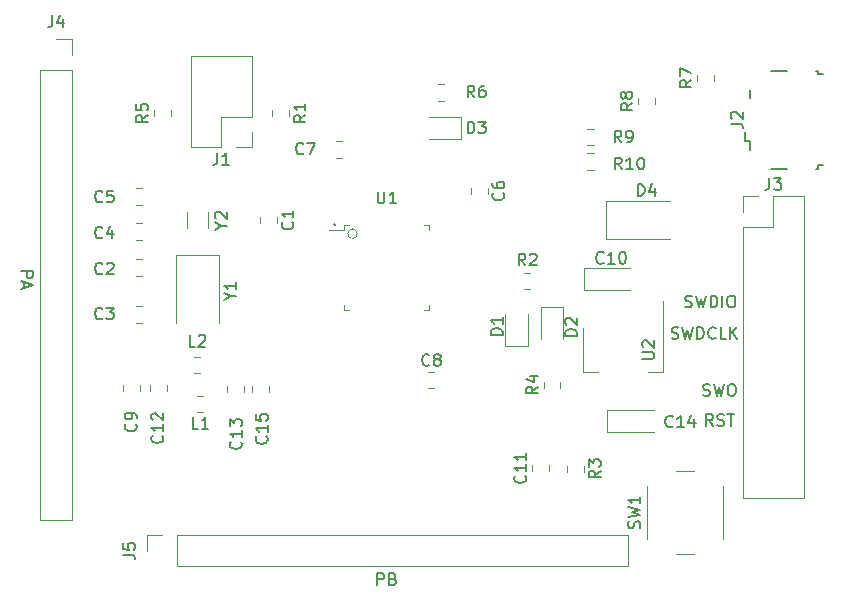
<source format=gbr>
%TF.GenerationSoftware,KiCad,Pcbnew,5.1.6-c6e7f7d~86~ubuntu20.04.1*%
%TF.CreationDate,2020-06-01T13:32:15+02:00*%
%TF.ProjectId,STM32103_Devel,53544d33-3231-4303-935f-446576656c2e,rev?*%
%TF.SameCoordinates,Original*%
%TF.FileFunction,Legend,Top*%
%TF.FilePolarity,Positive*%
%FSLAX46Y46*%
G04 Gerber Fmt 4.6, Leading zero omitted, Abs format (unit mm)*
G04 Created by KiCad (PCBNEW 5.1.6-c6e7f7d~86~ubuntu20.04.1) date 2020-06-01 13:32:15*
%MOMM*%
%LPD*%
G01*
G04 APERTURE LIST*
%ADD10C,0.150000*%
%ADD11C,0.120000*%
G04 APERTURE END LIST*
D10*
X159612380Y-105425380D02*
X159279047Y-104949190D01*
X159040952Y-105425380D02*
X159040952Y-104425380D01*
X159421904Y-104425380D01*
X159517142Y-104473000D01*
X159564761Y-104520619D01*
X159612380Y-104615857D01*
X159612380Y-104758714D01*
X159564761Y-104853952D01*
X159517142Y-104901571D01*
X159421904Y-104949190D01*
X159040952Y-104949190D01*
X159993333Y-105377761D02*
X160136190Y-105425380D01*
X160374285Y-105425380D01*
X160469523Y-105377761D01*
X160517142Y-105330142D01*
X160564761Y-105234904D01*
X160564761Y-105139666D01*
X160517142Y-105044428D01*
X160469523Y-104996809D01*
X160374285Y-104949190D01*
X160183809Y-104901571D01*
X160088571Y-104853952D01*
X160040952Y-104806333D01*
X159993333Y-104711095D01*
X159993333Y-104615857D01*
X160040952Y-104520619D01*
X160088571Y-104473000D01*
X160183809Y-104425380D01*
X160421904Y-104425380D01*
X160564761Y-104473000D01*
X160850476Y-104425380D02*
X161421904Y-104425380D01*
X161136190Y-105425380D02*
X161136190Y-104425380D01*
X158779047Y-102837761D02*
X158921904Y-102885380D01*
X159160000Y-102885380D01*
X159255238Y-102837761D01*
X159302857Y-102790142D01*
X159350476Y-102694904D01*
X159350476Y-102599666D01*
X159302857Y-102504428D01*
X159255238Y-102456809D01*
X159160000Y-102409190D01*
X158969523Y-102361571D01*
X158874285Y-102313952D01*
X158826666Y-102266333D01*
X158779047Y-102171095D01*
X158779047Y-102075857D01*
X158826666Y-101980619D01*
X158874285Y-101933000D01*
X158969523Y-101885380D01*
X159207619Y-101885380D01*
X159350476Y-101933000D01*
X159683809Y-101885380D02*
X159921904Y-102885380D01*
X160112380Y-102171095D01*
X160302857Y-102885380D01*
X160540952Y-101885380D01*
X161112380Y-101885380D02*
X161302857Y-101885380D01*
X161398095Y-101933000D01*
X161493333Y-102028238D01*
X161540952Y-102218714D01*
X161540952Y-102552047D01*
X161493333Y-102742523D01*
X161398095Y-102837761D01*
X161302857Y-102885380D01*
X161112380Y-102885380D01*
X161017142Y-102837761D01*
X160921904Y-102742523D01*
X160874285Y-102552047D01*
X160874285Y-102218714D01*
X160921904Y-102028238D01*
X161017142Y-101933000D01*
X161112380Y-101885380D01*
X156128095Y-98011761D02*
X156270952Y-98059380D01*
X156509047Y-98059380D01*
X156604285Y-98011761D01*
X156651904Y-97964142D01*
X156699523Y-97868904D01*
X156699523Y-97773666D01*
X156651904Y-97678428D01*
X156604285Y-97630809D01*
X156509047Y-97583190D01*
X156318571Y-97535571D01*
X156223333Y-97487952D01*
X156175714Y-97440333D01*
X156128095Y-97345095D01*
X156128095Y-97249857D01*
X156175714Y-97154619D01*
X156223333Y-97107000D01*
X156318571Y-97059380D01*
X156556666Y-97059380D01*
X156699523Y-97107000D01*
X157032857Y-97059380D02*
X157270952Y-98059380D01*
X157461428Y-97345095D01*
X157651904Y-98059380D01*
X157890000Y-97059380D01*
X158270952Y-98059380D02*
X158270952Y-97059380D01*
X158509047Y-97059380D01*
X158651904Y-97107000D01*
X158747142Y-97202238D01*
X158794761Y-97297476D01*
X158842380Y-97487952D01*
X158842380Y-97630809D01*
X158794761Y-97821285D01*
X158747142Y-97916523D01*
X158651904Y-98011761D01*
X158509047Y-98059380D01*
X158270952Y-98059380D01*
X159842380Y-97964142D02*
X159794761Y-98011761D01*
X159651904Y-98059380D01*
X159556666Y-98059380D01*
X159413809Y-98011761D01*
X159318571Y-97916523D01*
X159270952Y-97821285D01*
X159223333Y-97630809D01*
X159223333Y-97487952D01*
X159270952Y-97297476D01*
X159318571Y-97202238D01*
X159413809Y-97107000D01*
X159556666Y-97059380D01*
X159651904Y-97059380D01*
X159794761Y-97107000D01*
X159842380Y-97154619D01*
X160747142Y-98059380D02*
X160270952Y-98059380D01*
X160270952Y-97059380D01*
X161080476Y-98059380D02*
X161080476Y-97059380D01*
X161651904Y-98059380D02*
X161223333Y-97487952D01*
X161651904Y-97059380D02*
X161080476Y-97630809D01*
X157278952Y-95344761D02*
X157421809Y-95392380D01*
X157659904Y-95392380D01*
X157755142Y-95344761D01*
X157802761Y-95297142D01*
X157850380Y-95201904D01*
X157850380Y-95106666D01*
X157802761Y-95011428D01*
X157755142Y-94963809D01*
X157659904Y-94916190D01*
X157469428Y-94868571D01*
X157374190Y-94820952D01*
X157326571Y-94773333D01*
X157278952Y-94678095D01*
X157278952Y-94582857D01*
X157326571Y-94487619D01*
X157374190Y-94440000D01*
X157469428Y-94392380D01*
X157707523Y-94392380D01*
X157850380Y-94440000D01*
X158183714Y-94392380D02*
X158421809Y-95392380D01*
X158612285Y-94678095D01*
X158802761Y-95392380D01*
X159040857Y-94392380D01*
X159421809Y-95392380D02*
X159421809Y-94392380D01*
X159659904Y-94392380D01*
X159802761Y-94440000D01*
X159898000Y-94535238D01*
X159945619Y-94630476D01*
X159993238Y-94820952D01*
X159993238Y-94963809D01*
X159945619Y-95154285D01*
X159898000Y-95249523D01*
X159802761Y-95344761D01*
X159659904Y-95392380D01*
X159421809Y-95392380D01*
X160421809Y-95392380D02*
X160421809Y-94392380D01*
X161088476Y-94392380D02*
X161278952Y-94392380D01*
X161374190Y-94440000D01*
X161469428Y-94535238D01*
X161517047Y-94725714D01*
X161517047Y-95059047D01*
X161469428Y-95249523D01*
X161374190Y-95344761D01*
X161278952Y-95392380D01*
X161088476Y-95392380D01*
X160993238Y-95344761D01*
X160898000Y-95249523D01*
X160850380Y-95059047D01*
X160850380Y-94725714D01*
X160898000Y-94535238D01*
X160993238Y-94440000D01*
X161088476Y-94392380D01*
X101033619Y-92344523D02*
X102033619Y-92344523D01*
X102033619Y-92725476D01*
X101986000Y-92820714D01*
X101938380Y-92868333D01*
X101843142Y-92915952D01*
X101700285Y-92915952D01*
X101605047Y-92868333D01*
X101557428Y-92820714D01*
X101509809Y-92725476D01*
X101509809Y-92344523D01*
X101319333Y-93296904D02*
X101319333Y-93773095D01*
X101033619Y-93201666D02*
X102033619Y-93535000D01*
X101033619Y-93868333D01*
X131204095Y-118887380D02*
X131204095Y-117887380D01*
X131585047Y-117887380D01*
X131680285Y-117935000D01*
X131727904Y-117982619D01*
X131775523Y-118077857D01*
X131775523Y-118220714D01*
X131727904Y-118315952D01*
X131680285Y-118363571D01*
X131585047Y-118411190D01*
X131204095Y-118411190D01*
X132537428Y-118363571D02*
X132680285Y-118411190D01*
X132727904Y-118458809D01*
X132775523Y-118554047D01*
X132775523Y-118696904D01*
X132727904Y-118792142D01*
X132680285Y-118839761D01*
X132585047Y-118887380D01*
X132204095Y-118887380D01*
X132204095Y-117887380D01*
X132537428Y-117887380D01*
X132632666Y-117935000D01*
X132680285Y-117982619D01*
X132727904Y-118077857D01*
X132727904Y-118173095D01*
X132680285Y-118268333D01*
X132632666Y-118315952D01*
X132537428Y-118363571D01*
X132204095Y-118363571D01*
D11*
%TO.C,U1*%
X135160000Y-95610000D02*
X135610000Y-95610000D01*
X135610000Y-95610000D02*
X135610000Y-95160000D01*
X128840000Y-95610000D02*
X128390000Y-95610000D01*
X128390000Y-95610000D02*
X128390000Y-95160000D01*
X135160000Y-88390000D02*
X135610000Y-88390000D01*
X135610000Y-88390000D02*
X135610000Y-88840000D01*
X128840000Y-88390000D02*
X128390000Y-88390000D01*
X128390000Y-88390000D02*
X128390000Y-88840000D01*
X128390000Y-88840000D02*
X127100000Y-88840000D01*
X129504400Y-89155200D02*
G75*
G03*
X129504400Y-89155200I-400000J0D01*
G01*
%TO.C,C7*%
X128196078Y-82710000D02*
X127678922Y-82710000D01*
X128196078Y-81290000D02*
X127678922Y-81290000D01*
%TO.C,J5*%
X111670000Y-116000000D02*
X111670000Y-114670000D01*
X111670000Y-114670000D02*
X113000000Y-114670000D01*
X114270000Y-114670000D02*
X152430000Y-114670000D01*
X152430000Y-117330000D02*
X152430000Y-114670000D01*
X114270000Y-117330000D02*
X152430000Y-117330000D01*
X114270000Y-117330000D02*
X114270000Y-114670000D01*
%TO.C,J3*%
X162132000Y-85990000D02*
X163462000Y-85990000D01*
X162132000Y-87320000D02*
X162132000Y-85990000D01*
X164732000Y-85990000D02*
X167332000Y-85990000D01*
X164732000Y-88590000D02*
X164732000Y-85990000D01*
X162132000Y-88590000D02*
X164732000Y-88590000D01*
X167332000Y-85990000D02*
X167332000Y-111510000D01*
X162132000Y-88590000D02*
X162132000Y-111510000D01*
X162132000Y-111510000D02*
X167332000Y-111510000D01*
%TO.C,J4*%
X104000000Y-72670000D02*
X105330000Y-72670000D01*
X105330000Y-72670000D02*
X105330000Y-74000000D01*
X105330000Y-75270000D02*
X105330000Y-113430000D01*
X102670000Y-113430000D02*
X105330000Y-113430000D01*
X102670000Y-75270000D02*
X102670000Y-113430000D01*
X102670000Y-75270000D02*
X105330000Y-75270000D01*
%TO.C,Y2*%
X115125000Y-87325000D02*
X115125000Y-88675000D01*
X116875000Y-87325000D02*
X116875000Y-88675000D01*
%TO.C,Y1*%
X117800000Y-96700000D02*
X117800000Y-90950000D01*
X117800000Y-90950000D02*
X114200000Y-90950000D01*
X114200000Y-90950000D02*
X114200000Y-96700000D01*
%TO.C,U2*%
X148590000Y-100910000D02*
X149850000Y-100910000D01*
X155410000Y-100910000D02*
X154150000Y-100910000D01*
X148590000Y-97150000D02*
X148590000Y-100910000D01*
X155410000Y-94900000D02*
X155410000Y-100910000D01*
%TO.C,SW1*%
X160500000Y-115000000D02*
X160500000Y-110500000D01*
X156500000Y-116250000D02*
X158000000Y-116250000D01*
X154000000Y-110500000D02*
X154000000Y-115000000D01*
X158000000Y-109250000D02*
X156500000Y-109250000D01*
%TO.C,R10*%
X149512578Y-83726000D02*
X148995422Y-83726000D01*
X149512578Y-82306000D02*
X148995422Y-82306000D01*
%TO.C,R9*%
X148995422Y-80260000D02*
X149512578Y-80260000D01*
X148995422Y-81680000D02*
X149512578Y-81680000D01*
%TO.C,R8*%
X153290000Y-78196078D02*
X153290000Y-77678922D01*
X154710000Y-78196078D02*
X154710000Y-77678922D01*
%TO.C,R7*%
X158290000Y-76258578D02*
X158290000Y-75741422D01*
X159710000Y-76258578D02*
X159710000Y-75741422D01*
%TO.C,R6*%
X136830578Y-77932000D02*
X136313422Y-77932000D01*
X136830578Y-76512000D02*
X136313422Y-76512000D01*
%TO.C,R5*%
X113753000Y-78678922D02*
X113753000Y-79196078D01*
X112333000Y-78678922D02*
X112333000Y-79196078D01*
%TO.C,R4*%
X145290000Y-102196078D02*
X145290000Y-101678922D01*
X146710000Y-102196078D02*
X146710000Y-101678922D01*
%TO.C,R3*%
X148710000Y-108803922D02*
X148710000Y-109321078D01*
X147290000Y-108803922D02*
X147290000Y-109321078D01*
%TO.C,R2*%
X144162578Y-93872000D02*
X143645422Y-93872000D01*
X144162578Y-92452000D02*
X143645422Y-92452000D01*
%TO.C,R1*%
X123722500Y-78679422D02*
X123722500Y-79196578D01*
X122302500Y-78679422D02*
X122302500Y-79196578D01*
%TO.C,L2*%
X116222578Y-100984000D02*
X115705422Y-100984000D01*
X116222578Y-99564000D02*
X115705422Y-99564000D01*
%TO.C,L1*%
X116476578Y-104286000D02*
X115959422Y-104286000D01*
X116476578Y-102866000D02*
X115959422Y-102866000D01*
D10*
%TO.C,J2*%
X164526500Y-83659500D02*
X165926500Y-83659500D01*
X168326500Y-83659500D02*
X168476500Y-83659500D01*
X168476500Y-83659500D02*
X168476500Y-83359500D01*
X168476500Y-83359500D02*
X168926500Y-83359500D01*
X168926500Y-75659500D02*
X168476500Y-75659500D01*
X168476500Y-75659500D02*
X168476500Y-75359500D01*
X168476500Y-75359500D02*
X168326500Y-75359500D01*
X165926500Y-75359500D02*
X164526500Y-75359500D01*
X162351500Y-80584500D02*
X162351500Y-81309500D01*
X162351500Y-81309500D02*
X162776500Y-81309500D01*
X162776500Y-81309500D02*
X162776500Y-82034500D01*
X162776500Y-77709500D02*
X162776500Y-76984500D01*
D11*
%TO.C,J1*%
X120596000Y-74115500D02*
X115396000Y-74115500D01*
X120596000Y-79255500D02*
X120596000Y-74115500D01*
X115396000Y-81855500D02*
X115396000Y-74115500D01*
X120596000Y-79255500D02*
X117996000Y-79255500D01*
X117996000Y-79255500D02*
X117996000Y-81855500D01*
X117996000Y-81855500D02*
X115396000Y-81855500D01*
X120596000Y-80525500D02*
X120596000Y-81855500D01*
X120596000Y-81855500D02*
X119266000Y-81855500D01*
%TO.C,D4*%
X150600000Y-86350000D02*
X150600000Y-89650000D01*
X150600000Y-89650000D02*
X156000000Y-89650000D01*
X150600000Y-86350000D02*
X156000000Y-86350000D01*
%TO.C,D3*%
X135572000Y-81182000D02*
X138257000Y-81182000D01*
X138257000Y-81182000D02*
X138257000Y-79262000D01*
X138257000Y-79262000D02*
X135572000Y-79262000D01*
%TO.C,D2*%
X146960000Y-98062500D02*
X146960000Y-95377500D01*
X146960000Y-95377500D02*
X145040000Y-95377500D01*
X145040000Y-95377500D02*
X145040000Y-98062500D01*
%TO.C,D1*%
X142040000Y-96000000D02*
X142040000Y-98685000D01*
X142040000Y-98685000D02*
X143960000Y-98685000D01*
X143960000Y-98685000D02*
X143960000Y-96000000D01*
%TO.C,C15*%
X120588000Y-102564578D02*
X120588000Y-102047422D01*
X122008000Y-102564578D02*
X122008000Y-102047422D01*
%TO.C,C14*%
X154600000Y-104065000D02*
X150690000Y-104065000D01*
X150690000Y-104065000D02*
X150690000Y-105935000D01*
X150690000Y-105935000D02*
X154600000Y-105935000D01*
%TO.C,C13*%
X118464000Y-102559078D02*
X118464000Y-102041922D01*
X119884000Y-102559078D02*
X119884000Y-102041922D01*
%TO.C,C12*%
X111952000Y-102496578D02*
X111952000Y-101979422D01*
X113372000Y-102496578D02*
X113372000Y-101979422D01*
%TO.C,C11*%
X144290000Y-109258578D02*
X144290000Y-108741422D01*
X145710000Y-109258578D02*
X145710000Y-108741422D01*
%TO.C,C10*%
X152600000Y-92065000D02*
X148690000Y-92065000D01*
X148690000Y-92065000D02*
X148690000Y-93935000D01*
X148690000Y-93935000D02*
X152600000Y-93935000D01*
%TO.C,C9*%
X109666000Y-102496578D02*
X109666000Y-101979422D01*
X111086000Y-102496578D02*
X111086000Y-101979422D01*
%TO.C,C8*%
X135517422Y-100834000D02*
X136034578Y-100834000D01*
X135517422Y-102254000D02*
X136034578Y-102254000D01*
%TO.C,C6*%
X140550000Y-85283422D02*
X140550000Y-85800578D01*
X139130000Y-85283422D02*
X139130000Y-85800578D01*
%TO.C,C5*%
X111321078Y-86710000D02*
X110803922Y-86710000D01*
X111321078Y-85290000D02*
X110803922Y-85290000D01*
%TO.C,C4*%
X111321078Y-89710000D02*
X110803922Y-89710000D01*
X111321078Y-88290000D02*
X110803922Y-88290000D01*
%TO.C,C3*%
X111321078Y-96710000D02*
X110803922Y-96710000D01*
X111321078Y-95290000D02*
X110803922Y-95290000D01*
%TO.C,C2*%
X111258578Y-92710000D02*
X110741422Y-92710000D01*
X111258578Y-91290000D02*
X110741422Y-91290000D01*
%TO.C,C1*%
X122710000Y-87741422D02*
X122710000Y-88258578D01*
X121290000Y-87741422D02*
X121290000Y-88258578D01*
%TO.C,U1*%
D10*
X131238095Y-85602380D02*
X131238095Y-86411904D01*
X131285714Y-86507142D01*
X131333333Y-86554761D01*
X131428571Y-86602380D01*
X131619047Y-86602380D01*
X131714285Y-86554761D01*
X131761904Y-86507142D01*
X131809523Y-86411904D01*
X131809523Y-85602380D01*
X132809523Y-86602380D02*
X132238095Y-86602380D01*
X132523809Y-86602380D02*
X132523809Y-85602380D01*
X132428571Y-85745238D01*
X132333333Y-85840476D01*
X132238095Y-85888095D01*
X127580400Y-88315409D02*
X127532780Y-88363028D01*
X127580400Y-88410647D01*
X127628019Y-88363028D01*
X127580400Y-88315409D01*
X127580400Y-88410647D01*
%TO.C,C7*%
X124941333Y-82343142D02*
X124893714Y-82390761D01*
X124750857Y-82438380D01*
X124655619Y-82438380D01*
X124512761Y-82390761D01*
X124417523Y-82295523D01*
X124369904Y-82200285D01*
X124322285Y-82009809D01*
X124322285Y-81866952D01*
X124369904Y-81676476D01*
X124417523Y-81581238D01*
X124512761Y-81486000D01*
X124655619Y-81438380D01*
X124750857Y-81438380D01*
X124893714Y-81486000D01*
X124941333Y-81533619D01*
X125274666Y-81438380D02*
X125941333Y-81438380D01*
X125512761Y-82438380D01*
%TO.C,J5*%
X109682380Y-116333333D02*
X110396666Y-116333333D01*
X110539523Y-116380952D01*
X110634761Y-116476190D01*
X110682380Y-116619047D01*
X110682380Y-116714285D01*
X109682380Y-115380952D02*
X109682380Y-115857142D01*
X110158571Y-115904761D01*
X110110952Y-115857142D01*
X110063333Y-115761904D01*
X110063333Y-115523809D01*
X110110952Y-115428571D01*
X110158571Y-115380952D01*
X110253809Y-115333333D01*
X110491904Y-115333333D01*
X110587142Y-115380952D01*
X110634761Y-115428571D01*
X110682380Y-115523809D01*
X110682380Y-115761904D01*
X110634761Y-115857142D01*
X110587142Y-115904761D01*
%TO.C,J3*%
X164398666Y-84442380D02*
X164398666Y-85156666D01*
X164351047Y-85299523D01*
X164255809Y-85394761D01*
X164112952Y-85442380D01*
X164017714Y-85442380D01*
X164779619Y-84442380D02*
X165398666Y-84442380D01*
X165065333Y-84823333D01*
X165208190Y-84823333D01*
X165303428Y-84870952D01*
X165351047Y-84918571D01*
X165398666Y-85013809D01*
X165398666Y-85251904D01*
X165351047Y-85347142D01*
X165303428Y-85394761D01*
X165208190Y-85442380D01*
X164922476Y-85442380D01*
X164827238Y-85394761D01*
X164779619Y-85347142D01*
%TO.C,J4*%
X103666666Y-70682380D02*
X103666666Y-71396666D01*
X103619047Y-71539523D01*
X103523809Y-71634761D01*
X103380952Y-71682380D01*
X103285714Y-71682380D01*
X104571428Y-71015714D02*
X104571428Y-71682380D01*
X104333333Y-70634761D02*
X104095238Y-71349047D01*
X104714285Y-71349047D01*
%TO.C,Y2*%
X117976190Y-88476190D02*
X118452380Y-88476190D01*
X117452380Y-88809523D02*
X117976190Y-88476190D01*
X117452380Y-88142857D01*
X117547619Y-87857142D02*
X117500000Y-87809523D01*
X117452380Y-87714285D01*
X117452380Y-87476190D01*
X117500000Y-87380952D01*
X117547619Y-87333333D01*
X117642857Y-87285714D01*
X117738095Y-87285714D01*
X117880952Y-87333333D01*
X118452380Y-87904761D01*
X118452380Y-87285714D01*
%TO.C,Y1*%
X118776190Y-94476190D02*
X119252380Y-94476190D01*
X118252380Y-94809523D02*
X118776190Y-94476190D01*
X118252380Y-94142857D01*
X119252380Y-93285714D02*
X119252380Y-93857142D01*
X119252380Y-93571428D02*
X118252380Y-93571428D01*
X118395238Y-93666666D01*
X118490476Y-93761904D01*
X118538095Y-93857142D01*
%TO.C,U2*%
X153643380Y-99765904D02*
X154452904Y-99765904D01*
X154548142Y-99718285D01*
X154595761Y-99670666D01*
X154643380Y-99575428D01*
X154643380Y-99384952D01*
X154595761Y-99289714D01*
X154548142Y-99242095D01*
X154452904Y-99194476D01*
X153643380Y-99194476D01*
X153738619Y-98765904D02*
X153691000Y-98718285D01*
X153643380Y-98623047D01*
X153643380Y-98384952D01*
X153691000Y-98289714D01*
X153738619Y-98242095D01*
X153833857Y-98194476D01*
X153929095Y-98194476D01*
X154071952Y-98242095D01*
X154643380Y-98813523D01*
X154643380Y-98194476D01*
%TO.C,SW1*%
X153404761Y-114083333D02*
X153452380Y-113940476D01*
X153452380Y-113702380D01*
X153404761Y-113607142D01*
X153357142Y-113559523D01*
X153261904Y-113511904D01*
X153166666Y-113511904D01*
X153071428Y-113559523D01*
X153023809Y-113607142D01*
X152976190Y-113702380D01*
X152928571Y-113892857D01*
X152880952Y-113988095D01*
X152833333Y-114035714D01*
X152738095Y-114083333D01*
X152642857Y-114083333D01*
X152547619Y-114035714D01*
X152500000Y-113988095D01*
X152452380Y-113892857D01*
X152452380Y-113654761D01*
X152500000Y-113511904D01*
X152452380Y-113178571D02*
X153452380Y-112940476D01*
X152738095Y-112750000D01*
X153452380Y-112559523D01*
X152452380Y-112321428D01*
X153452380Y-111416666D02*
X153452380Y-111988095D01*
X153452380Y-111702380D02*
X152452380Y-111702380D01*
X152595238Y-111797619D01*
X152690476Y-111892857D01*
X152738095Y-111988095D01*
%TO.C,R10*%
X151897142Y-83708380D02*
X151563809Y-83232190D01*
X151325714Y-83708380D02*
X151325714Y-82708380D01*
X151706666Y-82708380D01*
X151801904Y-82756000D01*
X151849523Y-82803619D01*
X151897142Y-82898857D01*
X151897142Y-83041714D01*
X151849523Y-83136952D01*
X151801904Y-83184571D01*
X151706666Y-83232190D01*
X151325714Y-83232190D01*
X152849523Y-83708380D02*
X152278095Y-83708380D01*
X152563809Y-83708380D02*
X152563809Y-82708380D01*
X152468571Y-82851238D01*
X152373333Y-82946476D01*
X152278095Y-82994095D01*
X153468571Y-82708380D02*
X153563809Y-82708380D01*
X153659047Y-82756000D01*
X153706666Y-82803619D01*
X153754285Y-82898857D01*
X153801904Y-83089333D01*
X153801904Y-83327428D01*
X153754285Y-83517904D01*
X153706666Y-83613142D01*
X153659047Y-83660761D01*
X153563809Y-83708380D01*
X153468571Y-83708380D01*
X153373333Y-83660761D01*
X153325714Y-83613142D01*
X153278095Y-83517904D01*
X153230476Y-83327428D01*
X153230476Y-83089333D01*
X153278095Y-82898857D01*
X153325714Y-82803619D01*
X153373333Y-82756000D01*
X153468571Y-82708380D01*
%TO.C,R9*%
X151865333Y-81422380D02*
X151532000Y-80946190D01*
X151293904Y-81422380D02*
X151293904Y-80422380D01*
X151674857Y-80422380D01*
X151770095Y-80470000D01*
X151817714Y-80517619D01*
X151865333Y-80612857D01*
X151865333Y-80755714D01*
X151817714Y-80850952D01*
X151770095Y-80898571D01*
X151674857Y-80946190D01*
X151293904Y-80946190D01*
X152341523Y-81422380D02*
X152532000Y-81422380D01*
X152627238Y-81374761D01*
X152674857Y-81327142D01*
X152770095Y-81184285D01*
X152817714Y-80993809D01*
X152817714Y-80612857D01*
X152770095Y-80517619D01*
X152722476Y-80470000D01*
X152627238Y-80422380D01*
X152436761Y-80422380D01*
X152341523Y-80470000D01*
X152293904Y-80517619D01*
X152246285Y-80612857D01*
X152246285Y-80850952D01*
X152293904Y-80946190D01*
X152341523Y-80993809D01*
X152436761Y-81041428D01*
X152627238Y-81041428D01*
X152722476Y-80993809D01*
X152770095Y-80946190D01*
X152817714Y-80850952D01*
%TO.C,R8*%
X152802380Y-78104166D02*
X152326190Y-78437500D01*
X152802380Y-78675595D02*
X151802380Y-78675595D01*
X151802380Y-78294642D01*
X151850000Y-78199404D01*
X151897619Y-78151785D01*
X151992857Y-78104166D01*
X152135714Y-78104166D01*
X152230952Y-78151785D01*
X152278571Y-78199404D01*
X152326190Y-78294642D01*
X152326190Y-78675595D01*
X152230952Y-77532738D02*
X152183333Y-77627976D01*
X152135714Y-77675595D01*
X152040476Y-77723214D01*
X151992857Y-77723214D01*
X151897619Y-77675595D01*
X151850000Y-77627976D01*
X151802380Y-77532738D01*
X151802380Y-77342261D01*
X151850000Y-77247023D01*
X151897619Y-77199404D01*
X151992857Y-77151785D01*
X152040476Y-77151785D01*
X152135714Y-77199404D01*
X152183333Y-77247023D01*
X152230952Y-77342261D01*
X152230952Y-77532738D01*
X152278571Y-77627976D01*
X152326190Y-77675595D01*
X152421428Y-77723214D01*
X152611904Y-77723214D01*
X152707142Y-77675595D01*
X152754761Y-77627976D01*
X152802380Y-77532738D01*
X152802380Y-77342261D01*
X152754761Y-77247023D01*
X152707142Y-77199404D01*
X152611904Y-77151785D01*
X152421428Y-77151785D01*
X152326190Y-77199404D01*
X152278571Y-77247023D01*
X152230952Y-77342261D01*
%TO.C,R7*%
X157802380Y-76166666D02*
X157326190Y-76500000D01*
X157802380Y-76738095D02*
X156802380Y-76738095D01*
X156802380Y-76357142D01*
X156850000Y-76261904D01*
X156897619Y-76214285D01*
X156992857Y-76166666D01*
X157135714Y-76166666D01*
X157230952Y-76214285D01*
X157278571Y-76261904D01*
X157326190Y-76357142D01*
X157326190Y-76738095D01*
X156802380Y-75833333D02*
X156802380Y-75166666D01*
X157802380Y-75595238D01*
%TO.C,R6*%
X139419333Y-77612380D02*
X139086000Y-77136190D01*
X138847904Y-77612380D02*
X138847904Y-76612380D01*
X139228857Y-76612380D01*
X139324095Y-76660000D01*
X139371714Y-76707619D01*
X139419333Y-76802857D01*
X139419333Y-76945714D01*
X139371714Y-77040952D01*
X139324095Y-77088571D01*
X139228857Y-77136190D01*
X138847904Y-77136190D01*
X140276476Y-76612380D02*
X140086000Y-76612380D01*
X139990761Y-76660000D01*
X139943142Y-76707619D01*
X139847904Y-76850476D01*
X139800285Y-77040952D01*
X139800285Y-77421904D01*
X139847904Y-77517142D01*
X139895523Y-77564761D01*
X139990761Y-77612380D01*
X140181238Y-77612380D01*
X140276476Y-77564761D01*
X140324095Y-77517142D01*
X140371714Y-77421904D01*
X140371714Y-77183809D01*
X140324095Y-77088571D01*
X140276476Y-77040952D01*
X140181238Y-76993333D01*
X139990761Y-76993333D01*
X139895523Y-77040952D01*
X139847904Y-77088571D01*
X139800285Y-77183809D01*
%TO.C,R5*%
X111780880Y-79104666D02*
X111304690Y-79438000D01*
X111780880Y-79676095D02*
X110780880Y-79676095D01*
X110780880Y-79295142D01*
X110828500Y-79199904D01*
X110876119Y-79152285D01*
X110971357Y-79104666D01*
X111114214Y-79104666D01*
X111209452Y-79152285D01*
X111257071Y-79199904D01*
X111304690Y-79295142D01*
X111304690Y-79676095D01*
X110780880Y-78199904D02*
X110780880Y-78676095D01*
X111257071Y-78723714D01*
X111209452Y-78676095D01*
X111161833Y-78580857D01*
X111161833Y-78342761D01*
X111209452Y-78247523D01*
X111257071Y-78199904D01*
X111352309Y-78152285D01*
X111590404Y-78152285D01*
X111685642Y-78199904D01*
X111733261Y-78247523D01*
X111780880Y-78342761D01*
X111780880Y-78580857D01*
X111733261Y-78676095D01*
X111685642Y-78723714D01*
%TO.C,R4*%
X144802380Y-102104166D02*
X144326190Y-102437500D01*
X144802380Y-102675595D02*
X143802380Y-102675595D01*
X143802380Y-102294642D01*
X143850000Y-102199404D01*
X143897619Y-102151785D01*
X143992857Y-102104166D01*
X144135714Y-102104166D01*
X144230952Y-102151785D01*
X144278571Y-102199404D01*
X144326190Y-102294642D01*
X144326190Y-102675595D01*
X144135714Y-101247023D02*
X144802380Y-101247023D01*
X143754761Y-101485119D02*
X144469047Y-101723214D01*
X144469047Y-101104166D01*
%TO.C,R3*%
X150102380Y-109229166D02*
X149626190Y-109562500D01*
X150102380Y-109800595D02*
X149102380Y-109800595D01*
X149102380Y-109419642D01*
X149150000Y-109324404D01*
X149197619Y-109276785D01*
X149292857Y-109229166D01*
X149435714Y-109229166D01*
X149530952Y-109276785D01*
X149578571Y-109324404D01*
X149626190Y-109419642D01*
X149626190Y-109800595D01*
X149102380Y-108895833D02*
X149102380Y-108276785D01*
X149483333Y-108610119D01*
X149483333Y-108467261D01*
X149530952Y-108372023D01*
X149578571Y-108324404D01*
X149673809Y-108276785D01*
X149911904Y-108276785D01*
X150007142Y-108324404D01*
X150054761Y-108372023D01*
X150102380Y-108467261D01*
X150102380Y-108752976D01*
X150054761Y-108848214D01*
X150007142Y-108895833D01*
%TO.C,R2*%
X143737333Y-91836380D02*
X143404000Y-91360190D01*
X143165904Y-91836380D02*
X143165904Y-90836380D01*
X143546857Y-90836380D01*
X143642095Y-90884000D01*
X143689714Y-90931619D01*
X143737333Y-91026857D01*
X143737333Y-91169714D01*
X143689714Y-91264952D01*
X143642095Y-91312571D01*
X143546857Y-91360190D01*
X143165904Y-91360190D01*
X144118285Y-90931619D02*
X144165904Y-90884000D01*
X144261142Y-90836380D01*
X144499238Y-90836380D01*
X144594476Y-90884000D01*
X144642095Y-90931619D01*
X144689714Y-91026857D01*
X144689714Y-91122095D01*
X144642095Y-91264952D01*
X144070666Y-91836380D01*
X144689714Y-91836380D01*
%TO.C,R1*%
X125114880Y-79104666D02*
X124638690Y-79438000D01*
X125114880Y-79676095D02*
X124114880Y-79676095D01*
X124114880Y-79295142D01*
X124162500Y-79199904D01*
X124210119Y-79152285D01*
X124305357Y-79104666D01*
X124448214Y-79104666D01*
X124543452Y-79152285D01*
X124591071Y-79199904D01*
X124638690Y-79295142D01*
X124638690Y-79676095D01*
X125114880Y-78152285D02*
X125114880Y-78723714D01*
X125114880Y-78438000D02*
X124114880Y-78438000D01*
X124257738Y-78533238D01*
X124352976Y-78628476D01*
X124400595Y-78723714D01*
%TO.C,L2*%
X115797333Y-98730380D02*
X115321142Y-98730380D01*
X115321142Y-97730380D01*
X116083047Y-97825619D02*
X116130666Y-97778000D01*
X116225904Y-97730380D01*
X116464000Y-97730380D01*
X116559238Y-97778000D01*
X116606857Y-97825619D01*
X116654476Y-97920857D01*
X116654476Y-98016095D01*
X116606857Y-98158952D01*
X116035428Y-98730380D01*
X116654476Y-98730380D01*
%TO.C,L1*%
X116051333Y-105678380D02*
X115575142Y-105678380D01*
X115575142Y-104678380D01*
X116908476Y-105678380D02*
X116337047Y-105678380D01*
X116622761Y-105678380D02*
X116622761Y-104678380D01*
X116527523Y-104821238D01*
X116432285Y-104916476D01*
X116337047Y-104964095D01*
%TO.C,J2*%
X161128880Y-79842833D02*
X161843166Y-79842833D01*
X161986023Y-79890452D01*
X162081261Y-79985690D01*
X162128880Y-80128547D01*
X162128880Y-80223785D01*
X161224119Y-79414261D02*
X161176500Y-79366642D01*
X161128880Y-79271404D01*
X161128880Y-79033309D01*
X161176500Y-78938071D01*
X161224119Y-78890452D01*
X161319357Y-78842833D01*
X161414595Y-78842833D01*
X161557452Y-78890452D01*
X162128880Y-79461880D01*
X162128880Y-78842833D01*
%TO.C,J1*%
X117662666Y-82307880D02*
X117662666Y-83022166D01*
X117615047Y-83165023D01*
X117519809Y-83260261D01*
X117376952Y-83307880D01*
X117281714Y-83307880D01*
X118662666Y-83307880D02*
X118091238Y-83307880D01*
X118376952Y-83307880D02*
X118376952Y-82307880D01*
X118281714Y-82450738D01*
X118186476Y-82545976D01*
X118091238Y-82593595D01*
%TO.C,D4*%
X153261904Y-85952380D02*
X153261904Y-84952380D01*
X153500000Y-84952380D01*
X153642857Y-85000000D01*
X153738095Y-85095238D01*
X153785714Y-85190476D01*
X153833333Y-85380952D01*
X153833333Y-85523809D01*
X153785714Y-85714285D01*
X153738095Y-85809523D01*
X153642857Y-85904761D01*
X153500000Y-85952380D01*
X153261904Y-85952380D01*
X154690476Y-85285714D02*
X154690476Y-85952380D01*
X154452380Y-84904761D02*
X154214285Y-85619047D01*
X154833333Y-85619047D01*
%TO.C,D3*%
X138847904Y-80660380D02*
X138847904Y-79660380D01*
X139086000Y-79660380D01*
X139228857Y-79708000D01*
X139324095Y-79803238D01*
X139371714Y-79898476D01*
X139419333Y-80088952D01*
X139419333Y-80231809D01*
X139371714Y-80422285D01*
X139324095Y-80517523D01*
X139228857Y-80612761D01*
X139086000Y-80660380D01*
X138847904Y-80660380D01*
X139752666Y-79660380D02*
X140371714Y-79660380D01*
X140038380Y-80041333D01*
X140181238Y-80041333D01*
X140276476Y-80088952D01*
X140324095Y-80136571D01*
X140371714Y-80231809D01*
X140371714Y-80469904D01*
X140324095Y-80565142D01*
X140276476Y-80612761D01*
X140181238Y-80660380D01*
X139895523Y-80660380D01*
X139800285Y-80612761D01*
X139752666Y-80565142D01*
%TO.C,D2*%
X148102380Y-97800595D02*
X147102380Y-97800595D01*
X147102380Y-97562500D01*
X147150000Y-97419642D01*
X147245238Y-97324404D01*
X147340476Y-97276785D01*
X147530952Y-97229166D01*
X147673809Y-97229166D01*
X147864285Y-97276785D01*
X147959523Y-97324404D01*
X148054761Y-97419642D01*
X148102380Y-97562500D01*
X148102380Y-97800595D01*
X147197619Y-96848214D02*
X147150000Y-96800595D01*
X147102380Y-96705357D01*
X147102380Y-96467261D01*
X147150000Y-96372023D01*
X147197619Y-96324404D01*
X147292857Y-96276785D01*
X147388095Y-96276785D01*
X147530952Y-96324404D01*
X148102380Y-96895833D01*
X148102380Y-96276785D01*
%TO.C,D1*%
X141802380Y-97738095D02*
X140802380Y-97738095D01*
X140802380Y-97500000D01*
X140850000Y-97357142D01*
X140945238Y-97261904D01*
X141040476Y-97214285D01*
X141230952Y-97166666D01*
X141373809Y-97166666D01*
X141564285Y-97214285D01*
X141659523Y-97261904D01*
X141754761Y-97357142D01*
X141802380Y-97500000D01*
X141802380Y-97738095D01*
X141802380Y-96214285D02*
X141802380Y-96785714D01*
X141802380Y-96500000D02*
X140802380Y-96500000D01*
X140945238Y-96595238D01*
X141040476Y-96690476D01*
X141088095Y-96785714D01*
%TO.C,C15*%
X121811142Y-106318857D02*
X121858761Y-106366476D01*
X121906380Y-106509333D01*
X121906380Y-106604571D01*
X121858761Y-106747428D01*
X121763523Y-106842666D01*
X121668285Y-106890285D01*
X121477809Y-106937904D01*
X121334952Y-106937904D01*
X121144476Y-106890285D01*
X121049238Y-106842666D01*
X120954000Y-106747428D01*
X120906380Y-106604571D01*
X120906380Y-106509333D01*
X120954000Y-106366476D01*
X121001619Y-106318857D01*
X121906380Y-105366476D02*
X121906380Y-105937904D01*
X121906380Y-105652190D02*
X120906380Y-105652190D01*
X121049238Y-105747428D01*
X121144476Y-105842666D01*
X121192095Y-105937904D01*
X120906380Y-104461714D02*
X120906380Y-104937904D01*
X121382571Y-104985523D01*
X121334952Y-104937904D01*
X121287333Y-104842666D01*
X121287333Y-104604571D01*
X121334952Y-104509333D01*
X121382571Y-104461714D01*
X121477809Y-104414095D01*
X121715904Y-104414095D01*
X121811142Y-104461714D01*
X121858761Y-104509333D01*
X121906380Y-104604571D01*
X121906380Y-104842666D01*
X121858761Y-104937904D01*
X121811142Y-104985523D01*
%TO.C,C14*%
X156215142Y-105457142D02*
X156167523Y-105504761D01*
X156024666Y-105552380D01*
X155929428Y-105552380D01*
X155786571Y-105504761D01*
X155691333Y-105409523D01*
X155643714Y-105314285D01*
X155596095Y-105123809D01*
X155596095Y-104980952D01*
X155643714Y-104790476D01*
X155691333Y-104695238D01*
X155786571Y-104600000D01*
X155929428Y-104552380D01*
X156024666Y-104552380D01*
X156167523Y-104600000D01*
X156215142Y-104647619D01*
X157167523Y-105552380D02*
X156596095Y-105552380D01*
X156881809Y-105552380D02*
X156881809Y-104552380D01*
X156786571Y-104695238D01*
X156691333Y-104790476D01*
X156596095Y-104838095D01*
X158024666Y-104885714D02*
X158024666Y-105552380D01*
X157786571Y-104504761D02*
X157548476Y-105219047D01*
X158167523Y-105219047D01*
%TO.C,C13*%
X119623142Y-106758857D02*
X119670761Y-106806476D01*
X119718380Y-106949333D01*
X119718380Y-107044571D01*
X119670761Y-107187428D01*
X119575523Y-107282666D01*
X119480285Y-107330285D01*
X119289809Y-107377904D01*
X119146952Y-107377904D01*
X118956476Y-107330285D01*
X118861238Y-107282666D01*
X118766000Y-107187428D01*
X118718380Y-107044571D01*
X118718380Y-106949333D01*
X118766000Y-106806476D01*
X118813619Y-106758857D01*
X119718380Y-105806476D02*
X119718380Y-106377904D01*
X119718380Y-106092190D02*
X118718380Y-106092190D01*
X118861238Y-106187428D01*
X118956476Y-106282666D01*
X119004095Y-106377904D01*
X118718380Y-105473142D02*
X118718380Y-104854095D01*
X119099333Y-105187428D01*
X119099333Y-105044571D01*
X119146952Y-104949333D01*
X119194571Y-104901714D01*
X119289809Y-104854095D01*
X119527904Y-104854095D01*
X119623142Y-104901714D01*
X119670761Y-104949333D01*
X119718380Y-105044571D01*
X119718380Y-105330285D01*
X119670761Y-105425523D01*
X119623142Y-105473142D01*
%TO.C,C12*%
X112983142Y-106250857D02*
X113030761Y-106298476D01*
X113078380Y-106441333D01*
X113078380Y-106536571D01*
X113030761Y-106679428D01*
X112935523Y-106774666D01*
X112840285Y-106822285D01*
X112649809Y-106869904D01*
X112506952Y-106869904D01*
X112316476Y-106822285D01*
X112221238Y-106774666D01*
X112126000Y-106679428D01*
X112078380Y-106536571D01*
X112078380Y-106441333D01*
X112126000Y-106298476D01*
X112173619Y-106250857D01*
X113078380Y-105298476D02*
X113078380Y-105869904D01*
X113078380Y-105584190D02*
X112078380Y-105584190D01*
X112221238Y-105679428D01*
X112316476Y-105774666D01*
X112364095Y-105869904D01*
X112173619Y-104917523D02*
X112126000Y-104869904D01*
X112078380Y-104774666D01*
X112078380Y-104536571D01*
X112126000Y-104441333D01*
X112173619Y-104393714D01*
X112268857Y-104346095D01*
X112364095Y-104346095D01*
X112506952Y-104393714D01*
X113078380Y-104965142D01*
X113078380Y-104346095D01*
%TO.C,C11*%
X143707142Y-109642857D02*
X143754761Y-109690476D01*
X143802380Y-109833333D01*
X143802380Y-109928571D01*
X143754761Y-110071428D01*
X143659523Y-110166666D01*
X143564285Y-110214285D01*
X143373809Y-110261904D01*
X143230952Y-110261904D01*
X143040476Y-110214285D01*
X142945238Y-110166666D01*
X142850000Y-110071428D01*
X142802380Y-109928571D01*
X142802380Y-109833333D01*
X142850000Y-109690476D01*
X142897619Y-109642857D01*
X143802380Y-108690476D02*
X143802380Y-109261904D01*
X143802380Y-108976190D02*
X142802380Y-108976190D01*
X142945238Y-109071428D01*
X143040476Y-109166666D01*
X143088095Y-109261904D01*
X143802380Y-107738095D02*
X143802380Y-108309523D01*
X143802380Y-108023809D02*
X142802380Y-108023809D01*
X142945238Y-108119047D01*
X143040476Y-108214285D01*
X143088095Y-108309523D01*
%TO.C,C10*%
X150357142Y-91607142D02*
X150309523Y-91654761D01*
X150166666Y-91702380D01*
X150071428Y-91702380D01*
X149928571Y-91654761D01*
X149833333Y-91559523D01*
X149785714Y-91464285D01*
X149738095Y-91273809D01*
X149738095Y-91130952D01*
X149785714Y-90940476D01*
X149833333Y-90845238D01*
X149928571Y-90750000D01*
X150071428Y-90702380D01*
X150166666Y-90702380D01*
X150309523Y-90750000D01*
X150357142Y-90797619D01*
X151309523Y-91702380D02*
X150738095Y-91702380D01*
X151023809Y-91702380D02*
X151023809Y-90702380D01*
X150928571Y-90845238D01*
X150833333Y-90940476D01*
X150738095Y-90988095D01*
X151928571Y-90702380D02*
X152023809Y-90702380D01*
X152119047Y-90750000D01*
X152166666Y-90797619D01*
X152214285Y-90892857D01*
X152261904Y-91083333D01*
X152261904Y-91321428D01*
X152214285Y-91511904D01*
X152166666Y-91607142D01*
X152119047Y-91654761D01*
X152023809Y-91702380D01*
X151928571Y-91702380D01*
X151833333Y-91654761D01*
X151785714Y-91607142D01*
X151738095Y-91511904D01*
X151690476Y-91321428D01*
X151690476Y-91083333D01*
X151738095Y-90892857D01*
X151785714Y-90797619D01*
X151833333Y-90750000D01*
X151928571Y-90702380D01*
%TO.C,C9*%
X110733142Y-105266666D02*
X110780761Y-105314285D01*
X110828380Y-105457142D01*
X110828380Y-105552380D01*
X110780761Y-105695238D01*
X110685523Y-105790476D01*
X110590285Y-105838095D01*
X110399809Y-105885714D01*
X110256952Y-105885714D01*
X110066476Y-105838095D01*
X109971238Y-105790476D01*
X109876000Y-105695238D01*
X109828380Y-105552380D01*
X109828380Y-105457142D01*
X109876000Y-105314285D01*
X109923619Y-105266666D01*
X110828380Y-104790476D02*
X110828380Y-104600000D01*
X110780761Y-104504761D01*
X110733142Y-104457142D01*
X110590285Y-104361904D01*
X110399809Y-104314285D01*
X110018857Y-104314285D01*
X109923619Y-104361904D01*
X109876000Y-104409523D01*
X109828380Y-104504761D01*
X109828380Y-104695238D01*
X109876000Y-104790476D01*
X109923619Y-104838095D01*
X110018857Y-104885714D01*
X110256952Y-104885714D01*
X110352190Y-104838095D01*
X110399809Y-104790476D01*
X110447428Y-104695238D01*
X110447428Y-104504761D01*
X110399809Y-104409523D01*
X110352190Y-104361904D01*
X110256952Y-104314285D01*
%TO.C,C8*%
X135609333Y-100251142D02*
X135561714Y-100298761D01*
X135418857Y-100346380D01*
X135323619Y-100346380D01*
X135180761Y-100298761D01*
X135085523Y-100203523D01*
X135037904Y-100108285D01*
X134990285Y-99917809D01*
X134990285Y-99774952D01*
X135037904Y-99584476D01*
X135085523Y-99489238D01*
X135180761Y-99394000D01*
X135323619Y-99346380D01*
X135418857Y-99346380D01*
X135561714Y-99394000D01*
X135609333Y-99441619D01*
X136180761Y-99774952D02*
X136085523Y-99727333D01*
X136037904Y-99679714D01*
X135990285Y-99584476D01*
X135990285Y-99536857D01*
X136037904Y-99441619D01*
X136085523Y-99394000D01*
X136180761Y-99346380D01*
X136371238Y-99346380D01*
X136466476Y-99394000D01*
X136514095Y-99441619D01*
X136561714Y-99536857D01*
X136561714Y-99584476D01*
X136514095Y-99679714D01*
X136466476Y-99727333D01*
X136371238Y-99774952D01*
X136180761Y-99774952D01*
X136085523Y-99822571D01*
X136037904Y-99870190D01*
X135990285Y-99965428D01*
X135990285Y-100155904D01*
X136037904Y-100251142D01*
X136085523Y-100298761D01*
X136180761Y-100346380D01*
X136371238Y-100346380D01*
X136466476Y-100298761D01*
X136514095Y-100251142D01*
X136561714Y-100155904D01*
X136561714Y-99965428D01*
X136514095Y-99870190D01*
X136466476Y-99822571D01*
X136371238Y-99774952D01*
%TO.C,C6*%
X141847142Y-85708666D02*
X141894761Y-85756285D01*
X141942380Y-85899142D01*
X141942380Y-85994380D01*
X141894761Y-86137238D01*
X141799523Y-86232476D01*
X141704285Y-86280095D01*
X141513809Y-86327714D01*
X141370952Y-86327714D01*
X141180476Y-86280095D01*
X141085238Y-86232476D01*
X140990000Y-86137238D01*
X140942380Y-85994380D01*
X140942380Y-85899142D01*
X140990000Y-85756285D01*
X141037619Y-85708666D01*
X140942380Y-84851523D02*
X140942380Y-85042000D01*
X140990000Y-85137238D01*
X141037619Y-85184857D01*
X141180476Y-85280095D01*
X141370952Y-85327714D01*
X141751904Y-85327714D01*
X141847142Y-85280095D01*
X141894761Y-85232476D01*
X141942380Y-85137238D01*
X141942380Y-84946761D01*
X141894761Y-84851523D01*
X141847142Y-84803904D01*
X141751904Y-84756285D01*
X141513809Y-84756285D01*
X141418571Y-84803904D01*
X141370952Y-84851523D01*
X141323333Y-84946761D01*
X141323333Y-85137238D01*
X141370952Y-85232476D01*
X141418571Y-85280095D01*
X141513809Y-85327714D01*
%TO.C,C5*%
X107923333Y-86407142D02*
X107875714Y-86454761D01*
X107732857Y-86502380D01*
X107637619Y-86502380D01*
X107494761Y-86454761D01*
X107399523Y-86359523D01*
X107351904Y-86264285D01*
X107304285Y-86073809D01*
X107304285Y-85930952D01*
X107351904Y-85740476D01*
X107399523Y-85645238D01*
X107494761Y-85550000D01*
X107637619Y-85502380D01*
X107732857Y-85502380D01*
X107875714Y-85550000D01*
X107923333Y-85597619D01*
X108828095Y-85502380D02*
X108351904Y-85502380D01*
X108304285Y-85978571D01*
X108351904Y-85930952D01*
X108447142Y-85883333D01*
X108685238Y-85883333D01*
X108780476Y-85930952D01*
X108828095Y-85978571D01*
X108875714Y-86073809D01*
X108875714Y-86311904D01*
X108828095Y-86407142D01*
X108780476Y-86454761D01*
X108685238Y-86502380D01*
X108447142Y-86502380D01*
X108351904Y-86454761D01*
X108304285Y-86407142D01*
%TO.C,C4*%
X107923333Y-89455142D02*
X107875714Y-89502761D01*
X107732857Y-89550380D01*
X107637619Y-89550380D01*
X107494761Y-89502761D01*
X107399523Y-89407523D01*
X107351904Y-89312285D01*
X107304285Y-89121809D01*
X107304285Y-88978952D01*
X107351904Y-88788476D01*
X107399523Y-88693238D01*
X107494761Y-88598000D01*
X107637619Y-88550380D01*
X107732857Y-88550380D01*
X107875714Y-88598000D01*
X107923333Y-88645619D01*
X108780476Y-88883714D02*
X108780476Y-89550380D01*
X108542380Y-88502761D02*
X108304285Y-89217047D01*
X108923333Y-89217047D01*
%TO.C,C3*%
X107923333Y-96313142D02*
X107875714Y-96360761D01*
X107732857Y-96408380D01*
X107637619Y-96408380D01*
X107494761Y-96360761D01*
X107399523Y-96265523D01*
X107351904Y-96170285D01*
X107304285Y-95979809D01*
X107304285Y-95836952D01*
X107351904Y-95646476D01*
X107399523Y-95551238D01*
X107494761Y-95456000D01*
X107637619Y-95408380D01*
X107732857Y-95408380D01*
X107875714Y-95456000D01*
X107923333Y-95503619D01*
X108256666Y-95408380D02*
X108875714Y-95408380D01*
X108542380Y-95789333D01*
X108685238Y-95789333D01*
X108780476Y-95836952D01*
X108828095Y-95884571D01*
X108875714Y-95979809D01*
X108875714Y-96217904D01*
X108828095Y-96313142D01*
X108780476Y-96360761D01*
X108685238Y-96408380D01*
X108399523Y-96408380D01*
X108304285Y-96360761D01*
X108256666Y-96313142D01*
%TO.C,C2*%
X107923333Y-92503142D02*
X107875714Y-92550761D01*
X107732857Y-92598380D01*
X107637619Y-92598380D01*
X107494761Y-92550761D01*
X107399523Y-92455523D01*
X107351904Y-92360285D01*
X107304285Y-92169809D01*
X107304285Y-92026952D01*
X107351904Y-91836476D01*
X107399523Y-91741238D01*
X107494761Y-91646000D01*
X107637619Y-91598380D01*
X107732857Y-91598380D01*
X107875714Y-91646000D01*
X107923333Y-91693619D01*
X108304285Y-91693619D02*
X108351904Y-91646000D01*
X108447142Y-91598380D01*
X108685238Y-91598380D01*
X108780476Y-91646000D01*
X108828095Y-91693619D01*
X108875714Y-91788857D01*
X108875714Y-91884095D01*
X108828095Y-92026952D01*
X108256666Y-92598380D01*
X108875714Y-92598380D01*
%TO.C,C1*%
X124007142Y-88166666D02*
X124054761Y-88214285D01*
X124102380Y-88357142D01*
X124102380Y-88452380D01*
X124054761Y-88595238D01*
X123959523Y-88690476D01*
X123864285Y-88738095D01*
X123673809Y-88785714D01*
X123530952Y-88785714D01*
X123340476Y-88738095D01*
X123245238Y-88690476D01*
X123150000Y-88595238D01*
X123102380Y-88452380D01*
X123102380Y-88357142D01*
X123150000Y-88214285D01*
X123197619Y-88166666D01*
X124102380Y-87214285D02*
X124102380Y-87785714D01*
X124102380Y-87500000D02*
X123102380Y-87500000D01*
X123245238Y-87595238D01*
X123340476Y-87690476D01*
X123388095Y-87785714D01*
%TD*%
M02*

</source>
